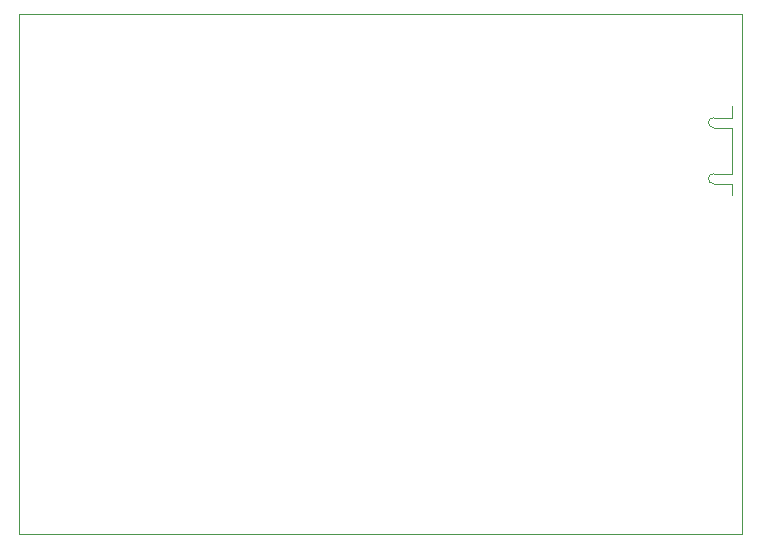
<source format=gbr>
%TF.GenerationSoftware,KiCad,Pcbnew,(5.99.0-11177-g6c67dfa032)*%
%TF.CreationDate,2021-08-02T03:39:23-04:00*%
%TF.ProjectId,STM32+Codec,53544d33-322b-4436-9f64-65632e6b6963,1.0*%
%TF.SameCoordinates,Original*%
%TF.FileFunction,Profile,NP*%
%FSLAX46Y46*%
G04 Gerber Fmt 4.6, Leading zero omitted, Abs format (unit mm)*
G04 Created by KiCad (PCBNEW (5.99.0-11177-g6c67dfa032)) date 2021-08-02 03:39:23*
%MOMM*%
%LPD*%
G01*
G04 APERTURE LIST*
%TA.AperFunction,Profile*%
%ADD10C,0.100000*%
%TD*%
G04 APERTURE END LIST*
D10*
X167411400Y-91643200D02*
X106172000Y-91643200D01*
X106172000Y-91643200D02*
X106172000Y-47574200D01*
X106172000Y-47574200D02*
X167411400Y-47574200D01*
X167411400Y-47574200D02*
X167411400Y-91643200D01*
%TO.C,USB*%
X165003800Y-61106600D02*
X166578800Y-61106600D01*
X166578800Y-56356600D02*
X166578800Y-55406600D01*
X165003800Y-57206600D02*
X166578800Y-57206600D01*
X166578800Y-62906600D02*
X166578800Y-61956600D01*
X165003800Y-61956600D02*
X166578800Y-61956600D01*
X166578800Y-61106600D02*
X166578800Y-57206600D01*
X165003800Y-56356600D02*
X166578800Y-56356600D01*
X165003800Y-56356600D02*
G75*
G03*
X165003800Y-57206600I0J-425000D01*
G01*
X165003800Y-61106600D02*
G75*
G03*
X165003800Y-61956600I0J-425000D01*
G01*
%TD*%
M02*

</source>
